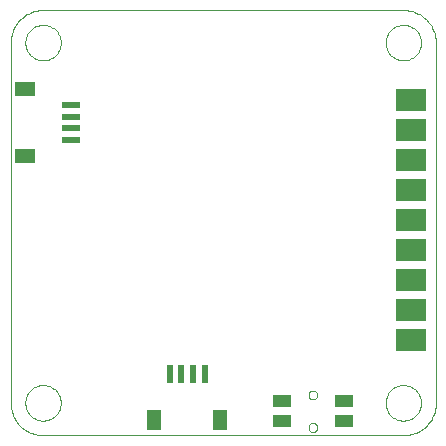
<source format=gbp>
G75*
%MOIN*%
%OFA0B0*%
%FSLAX24Y24*%
%IPPOS*%
%LPD*%
%AMOC8*
5,1,8,0,0,1.08239X$1,22.5*
%
%ADD10C,0.0000*%
%ADD11R,0.0236X0.0610*%
%ADD12R,0.0472X0.0709*%
%ADD13R,0.1000X0.0750*%
%ADD14R,0.0610X0.0236*%
%ADD15R,0.0709X0.0472*%
%ADD16R,0.0610X0.0394*%
D10*
X006957Y004150D02*
X018965Y004150D01*
X018374Y005232D02*
X018376Y005280D01*
X018382Y005328D01*
X018392Y005375D01*
X018405Y005421D01*
X018423Y005466D01*
X018443Y005510D01*
X018468Y005552D01*
X018496Y005591D01*
X018526Y005628D01*
X018560Y005662D01*
X018597Y005694D01*
X018635Y005723D01*
X018676Y005748D01*
X018719Y005770D01*
X018764Y005788D01*
X018810Y005802D01*
X018857Y005813D01*
X018905Y005820D01*
X018953Y005823D01*
X019001Y005822D01*
X019049Y005817D01*
X019097Y005808D01*
X019143Y005796D01*
X019188Y005779D01*
X019232Y005759D01*
X019274Y005736D01*
X019314Y005709D01*
X019352Y005679D01*
X019387Y005646D01*
X019419Y005610D01*
X019449Y005572D01*
X019475Y005531D01*
X019497Y005488D01*
X019517Y005444D01*
X019532Y005399D01*
X019544Y005352D01*
X019552Y005304D01*
X019556Y005256D01*
X019556Y005208D01*
X019552Y005160D01*
X019544Y005112D01*
X019532Y005065D01*
X019517Y005020D01*
X019497Y004976D01*
X019475Y004933D01*
X019449Y004892D01*
X019419Y004854D01*
X019387Y004818D01*
X019352Y004785D01*
X019314Y004755D01*
X019274Y004728D01*
X019232Y004705D01*
X019188Y004685D01*
X019143Y004668D01*
X019097Y004656D01*
X019049Y004647D01*
X019001Y004642D01*
X018953Y004641D01*
X018905Y004644D01*
X018857Y004651D01*
X018810Y004662D01*
X018764Y004676D01*
X018719Y004694D01*
X018676Y004716D01*
X018635Y004741D01*
X018597Y004770D01*
X018560Y004802D01*
X018526Y004836D01*
X018496Y004873D01*
X018468Y004912D01*
X018443Y004954D01*
X018423Y004998D01*
X018405Y005043D01*
X018392Y005089D01*
X018382Y005136D01*
X018376Y005184D01*
X018374Y005232D01*
X018965Y004149D02*
X019028Y004151D01*
X019091Y004156D01*
X019153Y004165D01*
X019215Y004178D01*
X019276Y004194D01*
X019335Y004214D01*
X019394Y004238D01*
X019451Y004264D01*
X019507Y004294D01*
X019560Y004327D01*
X019612Y004363D01*
X019661Y004402D01*
X019708Y004444D01*
X019753Y004489D01*
X019795Y004536D01*
X019834Y004585D01*
X019870Y004637D01*
X019903Y004691D01*
X019933Y004746D01*
X019959Y004803D01*
X019983Y004862D01*
X020003Y004921D01*
X020019Y004982D01*
X020032Y005044D01*
X020041Y005106D01*
X020046Y005169D01*
X020048Y005232D01*
X020047Y005232D02*
X020047Y017240D01*
X018374Y017240D02*
X018376Y017288D01*
X018382Y017336D01*
X018392Y017383D01*
X018405Y017429D01*
X018423Y017474D01*
X018443Y017518D01*
X018468Y017560D01*
X018496Y017599D01*
X018526Y017636D01*
X018560Y017670D01*
X018597Y017702D01*
X018635Y017731D01*
X018676Y017756D01*
X018719Y017778D01*
X018764Y017796D01*
X018810Y017810D01*
X018857Y017821D01*
X018905Y017828D01*
X018953Y017831D01*
X019001Y017830D01*
X019049Y017825D01*
X019097Y017816D01*
X019143Y017804D01*
X019188Y017787D01*
X019232Y017767D01*
X019274Y017744D01*
X019314Y017717D01*
X019352Y017687D01*
X019387Y017654D01*
X019419Y017618D01*
X019449Y017580D01*
X019475Y017539D01*
X019497Y017496D01*
X019517Y017452D01*
X019532Y017407D01*
X019544Y017360D01*
X019552Y017312D01*
X019556Y017264D01*
X019556Y017216D01*
X019552Y017168D01*
X019544Y017120D01*
X019532Y017073D01*
X019517Y017028D01*
X019497Y016984D01*
X019475Y016941D01*
X019449Y016900D01*
X019419Y016862D01*
X019387Y016826D01*
X019352Y016793D01*
X019314Y016763D01*
X019274Y016736D01*
X019232Y016713D01*
X019188Y016693D01*
X019143Y016676D01*
X019097Y016664D01*
X019049Y016655D01*
X019001Y016650D01*
X018953Y016649D01*
X018905Y016652D01*
X018857Y016659D01*
X018810Y016670D01*
X018764Y016684D01*
X018719Y016702D01*
X018676Y016724D01*
X018635Y016749D01*
X018597Y016778D01*
X018560Y016810D01*
X018526Y016844D01*
X018496Y016881D01*
X018468Y016920D01*
X018443Y016962D01*
X018423Y017006D01*
X018405Y017051D01*
X018392Y017097D01*
X018382Y017144D01*
X018376Y017192D01*
X018374Y017240D01*
X018965Y018323D02*
X019028Y018321D01*
X019091Y018316D01*
X019153Y018307D01*
X019215Y018294D01*
X019276Y018278D01*
X019335Y018258D01*
X019394Y018234D01*
X019451Y018208D01*
X019507Y018178D01*
X019560Y018145D01*
X019612Y018109D01*
X019661Y018070D01*
X019708Y018028D01*
X019753Y017983D01*
X019795Y017936D01*
X019834Y017887D01*
X019870Y017835D01*
X019903Y017782D01*
X019933Y017726D01*
X019959Y017669D01*
X019983Y017610D01*
X020003Y017551D01*
X020019Y017490D01*
X020032Y017428D01*
X020041Y017366D01*
X020046Y017303D01*
X020048Y017240D01*
X018965Y018323D02*
X006957Y018323D01*
X006366Y017240D02*
X006368Y017288D01*
X006374Y017336D01*
X006384Y017383D01*
X006397Y017429D01*
X006415Y017474D01*
X006435Y017518D01*
X006460Y017560D01*
X006488Y017599D01*
X006518Y017636D01*
X006552Y017670D01*
X006589Y017702D01*
X006627Y017731D01*
X006668Y017756D01*
X006711Y017778D01*
X006756Y017796D01*
X006802Y017810D01*
X006849Y017821D01*
X006897Y017828D01*
X006945Y017831D01*
X006993Y017830D01*
X007041Y017825D01*
X007089Y017816D01*
X007135Y017804D01*
X007180Y017787D01*
X007224Y017767D01*
X007266Y017744D01*
X007306Y017717D01*
X007344Y017687D01*
X007379Y017654D01*
X007411Y017618D01*
X007441Y017580D01*
X007467Y017539D01*
X007489Y017496D01*
X007509Y017452D01*
X007524Y017407D01*
X007536Y017360D01*
X007544Y017312D01*
X007548Y017264D01*
X007548Y017216D01*
X007544Y017168D01*
X007536Y017120D01*
X007524Y017073D01*
X007509Y017028D01*
X007489Y016984D01*
X007467Y016941D01*
X007441Y016900D01*
X007411Y016862D01*
X007379Y016826D01*
X007344Y016793D01*
X007306Y016763D01*
X007266Y016736D01*
X007224Y016713D01*
X007180Y016693D01*
X007135Y016676D01*
X007089Y016664D01*
X007041Y016655D01*
X006993Y016650D01*
X006945Y016649D01*
X006897Y016652D01*
X006849Y016659D01*
X006802Y016670D01*
X006756Y016684D01*
X006711Y016702D01*
X006668Y016724D01*
X006627Y016749D01*
X006589Y016778D01*
X006552Y016810D01*
X006518Y016844D01*
X006488Y016881D01*
X006460Y016920D01*
X006435Y016962D01*
X006415Y017006D01*
X006397Y017051D01*
X006384Y017097D01*
X006374Y017144D01*
X006368Y017192D01*
X006366Y017240D01*
X005874Y017240D02*
X005874Y005232D01*
X006366Y005232D02*
X006368Y005280D01*
X006374Y005328D01*
X006384Y005375D01*
X006397Y005421D01*
X006415Y005466D01*
X006435Y005510D01*
X006460Y005552D01*
X006488Y005591D01*
X006518Y005628D01*
X006552Y005662D01*
X006589Y005694D01*
X006627Y005723D01*
X006668Y005748D01*
X006711Y005770D01*
X006756Y005788D01*
X006802Y005802D01*
X006849Y005813D01*
X006897Y005820D01*
X006945Y005823D01*
X006993Y005822D01*
X007041Y005817D01*
X007089Y005808D01*
X007135Y005796D01*
X007180Y005779D01*
X007224Y005759D01*
X007266Y005736D01*
X007306Y005709D01*
X007344Y005679D01*
X007379Y005646D01*
X007411Y005610D01*
X007441Y005572D01*
X007467Y005531D01*
X007489Y005488D01*
X007509Y005444D01*
X007524Y005399D01*
X007536Y005352D01*
X007544Y005304D01*
X007548Y005256D01*
X007548Y005208D01*
X007544Y005160D01*
X007536Y005112D01*
X007524Y005065D01*
X007509Y005020D01*
X007489Y004976D01*
X007467Y004933D01*
X007441Y004892D01*
X007411Y004854D01*
X007379Y004818D01*
X007344Y004785D01*
X007306Y004755D01*
X007266Y004728D01*
X007224Y004705D01*
X007180Y004685D01*
X007135Y004668D01*
X007089Y004656D01*
X007041Y004647D01*
X006993Y004642D01*
X006945Y004641D01*
X006897Y004644D01*
X006849Y004651D01*
X006802Y004662D01*
X006756Y004676D01*
X006711Y004694D01*
X006668Y004716D01*
X006627Y004741D01*
X006589Y004770D01*
X006552Y004802D01*
X006518Y004836D01*
X006488Y004873D01*
X006460Y004912D01*
X006435Y004954D01*
X006415Y004998D01*
X006397Y005043D01*
X006384Y005089D01*
X006374Y005136D01*
X006368Y005184D01*
X006366Y005232D01*
X005874Y005232D02*
X005876Y005169D01*
X005881Y005106D01*
X005890Y005044D01*
X005903Y004982D01*
X005919Y004921D01*
X005939Y004862D01*
X005963Y004803D01*
X005989Y004746D01*
X006019Y004691D01*
X006052Y004637D01*
X006088Y004585D01*
X006127Y004536D01*
X006169Y004489D01*
X006214Y004444D01*
X006261Y004402D01*
X006310Y004363D01*
X006362Y004327D01*
X006415Y004294D01*
X006471Y004264D01*
X006528Y004238D01*
X006587Y004214D01*
X006646Y004194D01*
X006707Y004178D01*
X006769Y004165D01*
X006831Y004156D01*
X006894Y004151D01*
X006957Y004149D01*
X015804Y004411D02*
X015806Y004435D01*
X015812Y004458D01*
X015821Y004480D01*
X015834Y004500D01*
X015849Y004518D01*
X015868Y004533D01*
X015889Y004545D01*
X015911Y004553D01*
X015934Y004558D01*
X015958Y004559D01*
X015982Y004556D01*
X016004Y004549D01*
X016026Y004539D01*
X016046Y004526D01*
X016063Y004509D01*
X016077Y004490D01*
X016088Y004469D01*
X016096Y004446D01*
X016100Y004423D01*
X016100Y004399D01*
X016096Y004376D01*
X016088Y004353D01*
X016077Y004332D01*
X016063Y004313D01*
X016046Y004296D01*
X016026Y004283D01*
X016004Y004273D01*
X015982Y004266D01*
X015958Y004263D01*
X015934Y004264D01*
X015911Y004269D01*
X015889Y004277D01*
X015868Y004289D01*
X015849Y004304D01*
X015834Y004322D01*
X015821Y004342D01*
X015812Y004364D01*
X015806Y004387D01*
X015804Y004411D01*
X015804Y005493D02*
X015806Y005517D01*
X015812Y005540D01*
X015821Y005562D01*
X015834Y005582D01*
X015849Y005600D01*
X015868Y005615D01*
X015889Y005627D01*
X015911Y005635D01*
X015934Y005640D01*
X015958Y005641D01*
X015982Y005638D01*
X016004Y005631D01*
X016026Y005621D01*
X016046Y005608D01*
X016063Y005591D01*
X016077Y005572D01*
X016088Y005551D01*
X016096Y005528D01*
X016100Y005505D01*
X016100Y005481D01*
X016096Y005458D01*
X016088Y005435D01*
X016077Y005414D01*
X016063Y005395D01*
X016046Y005378D01*
X016026Y005365D01*
X016004Y005355D01*
X015982Y005348D01*
X015958Y005345D01*
X015934Y005346D01*
X015911Y005351D01*
X015889Y005359D01*
X015868Y005371D01*
X015849Y005386D01*
X015834Y005404D01*
X015821Y005424D01*
X015812Y005446D01*
X015806Y005469D01*
X015804Y005493D01*
X005874Y017240D02*
X005876Y017303D01*
X005881Y017366D01*
X005890Y017428D01*
X005903Y017490D01*
X005919Y017551D01*
X005939Y017610D01*
X005963Y017669D01*
X005989Y017726D01*
X006019Y017782D01*
X006052Y017835D01*
X006088Y017887D01*
X006127Y017936D01*
X006169Y017983D01*
X006214Y018028D01*
X006261Y018070D01*
X006310Y018109D01*
X006362Y018145D01*
X006416Y018178D01*
X006471Y018208D01*
X006528Y018234D01*
X006587Y018258D01*
X006646Y018278D01*
X006707Y018294D01*
X006769Y018307D01*
X006831Y018316D01*
X006894Y018321D01*
X006957Y018323D01*
D11*
X011174Y006186D03*
X011568Y006186D03*
X011961Y006186D03*
X012355Y006186D03*
D12*
X012867Y004660D03*
X010662Y004660D03*
D13*
X019227Y007327D03*
X019227Y008327D03*
X019227Y009327D03*
X019227Y010327D03*
X019227Y011327D03*
X019227Y012327D03*
X019227Y013327D03*
X019227Y014327D03*
X019227Y015327D03*
D14*
X007873Y015167D03*
X007873Y014774D03*
X007873Y014380D03*
X007873Y013986D03*
D15*
X006348Y013475D03*
X006348Y015679D03*
D16*
X014918Y005287D03*
X014918Y004617D03*
X016985Y004617D03*
X016985Y005287D03*
M02*

</source>
